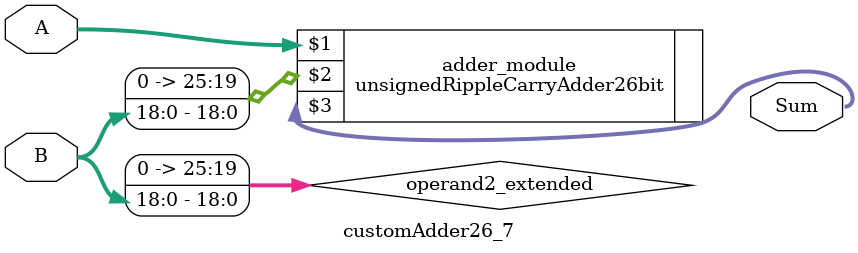
<source format=v>

module customAdder26_7(
                    input [25 : 0] A,
                    input [18 : 0] B,
                    
                    output [26 : 0] Sum
            );

    wire [25 : 0] operand2_extended;
    
    assign operand2_extended =  {7'b0, B};
    
    unsignedRippleCarryAdder26bit adder_module(
        A,
        operand2_extended,
        Sum
    );
    
endmodule
        
</source>
